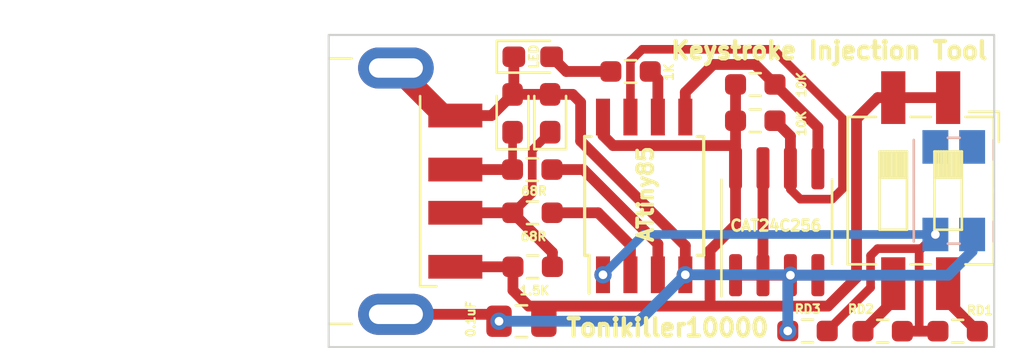
<source format=kicad_pcb>
(kicad_pcb (version 20221018) (generator pcbnew)
  (layers (0 "F.Cu" signal) (31 "B.Cu" signal) (34 "B.Paste" user) (35 "F.Paste" user) (36 "B.SilkS" user "B.Silkscreen") (37 "F.SilkS" user "F.Silkscreen") (38 "B.Mask" user) (39 "F.Mask" user) (44 "Edge.Cuts" user))
  (net 0 "")
  (net 1 "Net-(D1-K)")
  (net 2 "GND")
  (net 3 "Net-(D2-K)")
  (net 4 "VCC")
  (net 5 "Net-(U1-XTAL1{slash}PB3)")
  (net 6 "Net-(U1-XTAL2{slash}PB4)")
  (net 7 "Net-(U1-AREF{slash}PB0)")
  (net 8 "Net-(U1-PB2)")
  (net 9 "Net-(U1-PB1)")
  (net 10 "Net-(D3-A)")
  (net 11 "Net-(R7-Pad1)")
  (net 12 "Net-(U1-~{RESET}{slash}PB5)")
  (net 13 "Net-(R8-Pad1)")
  (footprint "Resistor_SMD:R_0603_1608Metric_Pad0.98x0.95mm_HandSolder" (layer "F.Cu") (at 111.03 78.2)
    (fp_text reference "R8" hide)
    (fp_text value "RD2" (at -1.01 -1.02 180) (layer "F.SilkS") (effects (font (size 0.4 0.4) (thickness 0.1))))
    (fp_line (start -0.254724 -0.5225) (end 0.254724 -0.5225) (stroke (width 0.12)) (layer "F.SilkS"))
    (fp_line (start -0.254724 0.5225) (end 0.254724 0.5225) (stroke (width 0.12)) (layer "F.SilkS"))
    (pad "1" smd roundrect (at -0.9125 0) (size 0.975 0.95) (layers "F.Cu" "F.Paste" "F.Mask") (net 13 "Net-(R8-Pad1)"))
    (pad "2" smd roundrect (at 0.9125 0) (size 0.975 0.95) (layers "F.Cu" "F.Paste" "F.Mask") (net 12 "Net-(U1-~{RESET}{slash}PB5)"))
  )
  (footprint "Diode_SMD:D_0603_1608Metric_Pad1.05x0.95mm_HandSolder" (layer "F.Cu") (at 95.64 68.115 90)
    (fp_text reference "D2" hide)
    (fp_text value "1N5711UR")
    (fp_line (start -1.66 -0.735) (end -1.66 0.735) (stroke (width 0.12)) (layer "F.SilkS"))
    (fp_line (start -1.66 0.735) (end 0.8 0.735) (stroke (width 0.12)) (layer "F.SilkS"))
    (fp_line (start 0.8 -0.735) (end -1.66 -0.735) (stroke (width 0.12)) (layer "F.SilkS"))
    (pad "1" smd roundrect (at -0.875 0 90) (size 1.05 0.95) (layers "F.Cu" "F.Paste" "F.Mask") (net 3 "Net-(D2-K)"))
    (pad "2" smd roundrect (at 0.875 0 90) (size 1.05 0.95) (layers "F.Cu" "F.Paste" "F.Mask") (net 2 "GND"))
  )
  (footprint "Resistor_SMD:R_0603_1608Metric_Pad0.98x0.95mm_HandSolder" (layer "F.Cu") (at 99.36 66.18 180)
    (fp_text reference "R6" hide)
    (fp_text value "1K" (at -1.78 -0.03 270) (layer "F.SilkS") (effects (font (size 0.4 0.4) (thickness 0.1))))
    (fp_line (start -0.254724 -0.5225) (end 0.254724 -0.5225) (stroke (width 0.12)) (layer "F.SilkS"))
    (fp_line (start -0.254724 0.5225) (end 0.254724 0.5225) (stroke (width 0.12)) (layer "F.SilkS"))
    (pad "1" smd roundrect (at -0.9125 0 180) (size 0.975 0.95) (layers "F.Cu" "F.Paste" "F.Mask") (net 9 "Net-(U1-PB1)"))
    (pad "2" smd roundrect (at 0.9125 0 180) (size 0.975 0.95) (layers "F.Cu" "F.Paste" "F.Mask") (net 10 "Net-(D3-A)"))
  )
  (footprint "Capacitor_SMD:C_0805_2012Metric_Pad1.18x1.45mm_HandSolder" (layer "F.Cu") (at 94.31 77.74)
    (fp_text reference "C1" hide)
    (fp_text value "0.1uF" (at -2.35 -0.1 -90) (layer "F.SilkS") (effects (font (size 0.4 0.4) (thickness 0.1))))
    (fp_line (start -0.261252 -0.735) (end 0.261252 -0.735) (stroke (width 0.12)) (layer "F.SilkS"))
    (fp_line (start -0.261252 0.735) (end 0.261252 0.735) (stroke (width 0.12)) (layer "F.SilkS"))
    (pad "1" smd roundrect (at -1.0375 0) (size 1.175 1.45) (layers "F.Cu" "F.Paste" "F.Mask") (roundrect_rratio 0.212766) (net 2 "GND"))
    (pad "2" smd roundrect (at 1.0375 0) (size 1.175 1.45) (layers "F.Cu" "F.Paste" "F.Mask") (roundrect_rratio 0.212766) (net 4 "VCC"))
  )
  (footprint "Resistor_SMD:R_0603_1608Metric_Pad0.98x0.95mm_HandSolder" (layer "F.Cu") (at 105.1325 68.46 180)
    (fp_text reference "R5" hide)
    (fp_text value "10K" (at -2.1375 -0.125 90) (layer "F.SilkS") (effects (font (size 0.4 0.4) (thickness 0.1))))
    (fp_line (start -0.254724 -0.5225) (end 0.254724 -0.5225) (stroke (width 0.12)) (layer "F.SilkS"))
    (fp_line (start -0.254724 0.5225) (end 0.254724 0.5225) (stroke (width 0.12)) (layer "F.SilkS"))
    (pad "1" smd roundrect (at -0.9125 0 180) (size 0.975 0.95) (layers "F.Cu" "F.Paste" "F.Mask") (net 8 "Net-(U1-PB2)"))
    (pad "2" smd roundrect (at 0.9125 0 180) (size 0.975 0.95) (layers "F.Cu" "F.Paste" "F.Mask") (net 4 "VCC"))
  )
  (footprint "Package_SO:SOIC-8W_5.3x5.3mm_P1.27mm" (layer "F.Cu") (at 99.99 71.94 90)
    (fp_text reference "U1" hide)
    (fp_text value "ATtiny85" (at 0.08 0.06 90) (layer "F.SilkS") (effects (font (size 0.7 0.7) (thickness 0.175) bold)))
    (fp_line (start -2.75 -2.755) (end -2.75 -2.55) (stroke (width 0.15)) (layer "F.SilkS"))
    (fp_line (start -2.75 -2.755) (end 2.75 -2.755) (stroke (width 0.15)) (layer "F.SilkS"))
    (fp_line (start -2.75 -2.55) (end -4.5 -2.55) (stroke (width 0.15)) (layer "F.SilkS"))
    (fp_line (start -2.75 2.755) (end -2.75 2.455) (stroke (width 0.15)) (layer "F.SilkS"))
    (fp_line (start -2.75 2.755) (end 2.75 2.755) (stroke (width 0.15)) (layer "F.SilkS"))
    (fp_line (start 2.75 -2.755) (end 2.75 -2.455) (stroke (width 0.15)) (layer "F.SilkS"))
    (fp_line (start 2.75 2.755) (end 2.75 2.455) (stroke (width 0.15)) (layer "F.SilkS"))
    (pad "1" smd rect (at -3.65 -1.905 90) (size 1.7 0.65) (layers "F.Cu" "F.Paste" "F.Mask") (net 12 "Net-(U1-~{RESET}{slash}PB5)"))
    (pad "2" smd rect (at -3.65 -0.635 90) (size 1.7 0.65) (layers "F.Cu" "F.Paste" "F.Mask") (net 5 "Net-(U1-XTAL1{slash}PB3)"))
    (pad "3" smd rect (at -3.65 0.635 90) (size 1.7 0.65) (layers "F.Cu" "F.Paste" "F.Mask") (net 6 "Net-(U1-XTAL2{slash}PB4)"))
    (pad "4" smd rect (at -3.65 1.905 90) (size 1.7 0.65) (layers "F.Cu" "F.Paste" "F.Mask") (net 2 "GND"))
    (pad "5" smd rect (at 3.65 1.905 90) (size 1.7 0.65) (layers "F.Cu" "F.Paste" "F.Mask") (net 7 "Net-(U1-AREF{slash}PB0)"))
    (pad "6" smd rect (at 3.65 0.635 90) (size 1.7 0.65) (layers "F.Cu" "F.Paste" "F.Mask") (net 9 "Net-(U1-PB1)"))
    (pad "7" smd rect (at 3.65 -0.635 90) (size 1.7 0.65) (layers "F.Cu" "F.Paste" "F.Mask") (net 8 "Net-(U1-PB2)"))
    (pad "8" smd rect (at 3.65 -1.905 90) (size 1.7 0.65) (layers "F.Cu" "F.Paste" "F.Mask") (net 4 "VCC"))
  )
  (footprint "Resistor_SMD:R_0603_1608Metric_Pad0.98x0.95mm_HandSolder" (layer "F.Cu") (at 105.1325 66.78 180)
    (fp_text reference "R4" hide)
    (fp_text value "10K" (at -2.1375 -0.015 90) (layer "F.SilkS") (effects (font (size 0.4 0.4) (thickness 0.1))))
    (fp_line (start -0.254724 -0.5225) (end 0.254724 -0.5225) (stroke (width 0.12)) (layer "F.SilkS"))
    (fp_line (start -0.254724 0.5225) (end 0.254724 0.5225) (stroke (width 0.12)) (layer "F.SilkS"))
    (pad "1" smd roundrect (at -0.9125 0 180) (size 0.975 0.95) (layers "F.Cu" "F.Paste" "F.Mask") (net 7 "Net-(U1-AREF{slash}PB0)"))
    (pad "2" smd roundrect (at 0.9125 0 180) (size 0.975 0.95) (layers "F.Cu" "F.Paste" "F.Mask") (net 4 "VCC"))
  )
  (footprint "Diode_SMD:D_0603_1608Metric_Pad1.05x0.95mm_HandSolder" (layer "F.Cu") (at 93.9 68.1175 90)
    (fp_text reference "D1" hide)
    (fp_text value "1N5711UR")
    (fp_line (start -1.66 -0.735) (end -1.66 0.735) (stroke (width 0.12)) (layer "F.SilkS"))
    (fp_line (start -1.66 0.735) (end 0.8 0.735) (stroke (width 0.12)) (layer "F.SilkS"))
    (fp_line (start 0.8 -0.735) (end -1.66 -0.735) (stroke (width 0.12)) (layer "F.SilkS"))
    (pad "1" smd roundrect (at -0.875 0 90) (size 1.05 0.95) (layers "F.Cu" "F.Paste" "F.Mask") (net 1 "Net-(D1-K)"))
    (pad "2" smd roundrect (at 0.875 0 90) (size 1.05 0.95) (layers "F.Cu" "F.Paste" "F.Mask") (net 2 "GND"))
  )
  (footprint "Diode_SMD:D_0603_1608Metric_Pad1.05x0.95mm_HandSolder" (layer "F.Cu") (at 94.8325 65.5)
    (fp_text reference "D3" hide)
    (fp_text value "LED" (at 0.0475 -0.01 90) (layer "F.SilkS") (effects (font (size 0.4 0.4) (thickness 0.1))))
    (fp_line (start -1.66 -0.735) (end -1.66 0.735) (stroke (width 0.12)) (layer "F.SilkS"))
    (fp_line (start -1.66 0.735) (end 0.8 0.735) (stroke (width 0.12)) (layer "F.SilkS"))
    (fp_line (start 0.8 -0.735) (end -1.66 -0.735) (stroke (width 0.12)) (layer "F.SilkS"))
    (pad "1" smd roundrect (at -0.875 0) (size 1.05 0.95) (layers "F.Cu" "F.Paste" "F.Mask") (net 2 "GND"))
    (pad "2" smd roundrect (at 0.875 0) (size 1.05 0.95) (layers "F.Cu" "F.Paste" "F.Mask") (net 10 "Net-(D3-A)"))
  )
  (footprint "Connector_USB:USB_A_CNCTech_1001-011-01101_Horizontal" (layer "F.Cu") (at 81.6 71.72 180)
    (fp_text reference "J1" hide)
    (fp_text value "USB_A")
    (fp_line (start -8.02 -4.4) (end -8.775 -4.4) (stroke (width 0.12)) (layer "F.SilkS"))
    (fp_line (start -8.02 -4.4) (end -8.02 4.4) (stroke (width 0.12)) (layer "F.SilkS"))
    (fp_line (start -4.85 -6.145) (end -3.8 -6.145) (stroke (width 0.12)) (layer "F.SilkS"))
    (fp_line (start -4.85 6.145) (end -3.8 6.145) (stroke (width 0.12)) (layer "F.SilkS"))
    (pad "" np_thru_hole circle (at -6.9 -2.3 180) (size 1.1 1.1) (drill 1.1) (layers "*.Cu" "*.Mask"))
    (pad "" np_thru_hole circle (at -6.9 2.3 180) (size 1.1 1.1) (drill 1.1) (layers "*.Cu" "*.Mask"))
    (pad "1" smd rect (at -9.65 -3.5 180) (size 2.5 1.1) (layers "F.Cu" "F.Paste" "F.Mask") (net 4 "VCC"))
    (pad "2" smd rect (at -9.65 -1 180) (size 2.5 1.1) (layers "F.Cu" "F.Paste" "F.Mask") (net 3 "Net-(D2-K)"))
    (pad "3" smd rect (at -9.65 1 180) (size 2.5 1.1) (layers "F.Cu" "F.Paste" "F.Mask") (net 1 "Net-(D1-K)"))
    (pad "4" smd rect (at -9.65 3.5 180) (size 2.5 1.1) (layers "F.Cu" "F.Paste" "F.Mask") (net 2 "GND"))
    (pad "5" thru_hole oval (at -6.9 -5.7 180) (size 3.5 1.9) (drill oval 2.5 0.9) (layers "*.Cu" "*.Mask") (net 2 "GND"))
    (pad "5" thru_hole oval (at -6.9 5.7 180) (size 3.5 1.9) (drill oval 2.5 0.9) (layers "*.Cu" "*.Mask") (net 2 "GND"))
  )
  (footprint "Package_SO:SOIC-8_3.9x4.9mm_P1.27mm" (layer "F.Cu") (at 106.125 73.135 90)
    (fp_text reference "U2" hide)
    (fp_text value "CAT24C256" (at -0.18 -0.04) (layer "F.SilkS") (effects (font (size 0.5 0.5) (thickness 0.125) bold)))
    (fp_line (start 0 -2.56) (end -3.45 -2.56) (stroke (width 0.12)) (layer "F.SilkS"))
    (fp_line (start 0 -2.56) (end 1.95 -2.56) (stroke (width 0.12)) (layer "F.SilkS"))
    (fp_line (start 0 2.56) (end -1.95 2.56) (stroke (width 0.12)) (layer "F.SilkS"))
    (fp_line (start 0 2.56) (end 1.95 2.56) (stroke (width 0.12)) (layer "F.SilkS"))
    (pad "1" smd roundrect (at -2.475 -1.905 90) (size 1.95 0.6) (layers "F.Cu" "F.Paste" "F.Mask") (net 2 "GND"))
    (pad "2" smd roundrect (at -2.475 -0.635 90) (size 1.95 0.6) (layers "F.Cu" "F.Paste" "F.Mask") (net 2 "GND"))
    (pad "3" smd roundrect (at -2.475 0.635 90) (size 1.95 0.6) (layers "F.Cu" "F.Paste" "F.Mask") (net 2 "GND"))
    (pad "4" smd roundrect (at -2.475 1.905 90) (size 1.95 0.6) (layers "F.Cu" "F.Paste" "F.Mask") (net 2 "GND"))
    (pad "5" smd roundrect (at 2.475 1.905 90) (size 1.95 0.6) (layers "F.Cu" "F.Paste" "F.Mask") (net 7 "Net-(U1-AREF{slash}PB0)"))
    (pad "6" smd roundrect (at 2.475 0.635 90) (size 1.95 0.6) (layers "F.Cu" "F.Paste" "F.Mask") (net 8 "Net-(U1-PB2)"))
    (pad "7" smd roundrect (at 2.475 -0.635 90) (size 1.95 0.6) (layers "F.Cu" "F.Paste" "F.Mask") (net 2 "GND"))
    (pad "8" smd roundrect (at 2.475 -1.905 90) (size 1.95 0.6) (layers "F.Cu" "F.Paste" "F.Mask") (net 4 "VCC"))
  )
  (footprint "Button_Switch_SMD:SW_DIP_SPSTx02_Slide_6.7x6.64mm_W8.61mm_P2.54mm_LowProfile" (layer "F.Cu") (at 112.79 71.695 -90)
    (fp_text reference "SW2" hide)
    (fp_text value "SW_DIP_x02")
    (fp_line (start -3.65 -3.62) (end -3.65 -2.237) (stroke (width 0.12)) (layer "F.SilkS"))
    (fp_line (start -3.65 -3.62) (end -2.267 -3.62) (stroke (width 0.12)) (layer "F.SilkS"))
    (fp_line (start -3.41 -3.38) (end -3.41 -2.07) (stroke (width 0.12)) (layer "F.SilkS"))
    (fp_line (start -3.41 -3.38) (end 3.41 -3.38) (stroke (width 0.12)) (layer "F.SilkS"))
    (fp_line (start -3.41 -0.47) (end -3.41 0.47) (stroke (width 0.12)) (layer "F.SilkS"))
    (fp_line (start -3.41 2.07) (end -3.41 3.38) (stroke (width 0.12)) (layer "F.SilkS"))
    (fp_line (start -3.41 3.38) (end 3.41 3.38) (stroke (width 0.12)) (layer "F.SilkS"))
    (fp_line (start -1.81 -1.905) (end -1.81 -0.635) (stroke (width 0.12)) (layer "F.SilkS"))
    (fp_line (start -1.81 -1.785) (end -0.603333 -1.785) (stroke (width 0.12)) (layer "F.SilkS"))
    (fp_line (start -1.81 -1.665) (end -0.603333 -1.665) (stroke (width 0.12)) (layer "F.SilkS"))
    (fp_line (start -1.81 -1.545) (end -0.603333 -1.545) (stroke (width 0.12)) (layer "F.SilkS"))
    (fp_line (start -1.81 -1.425) (end -0.603333 -1.425) (stroke (width 0.12)) (layer "F.SilkS"))
    (fp_line (start -1.81 -1.305) (end -0.603333 -1.305) (stroke (width 0.12)) (layer "F.SilkS"))
    (fp_line (start -1.81 -1.185) (end -0.603333 -1.185) (stroke (width 0.12)) (layer "F.SilkS"))
    (fp_line (start -1.81 -1.065) (end -0.603333 -1.065) (stroke (width 0.12)) (layer "F.SilkS"))
    (fp_line (start -1.81 -0.945) (end -0.603333 -0.945) (stroke (width 0.12)) (layer "F.SilkS"))
    (fp_line (start -1.81 -0.825) (end -0.603333 -0.825) (stroke (width 0.12)) (layer "F.SilkS"))
    (fp_line (start -1.81 -0.705) (end -0.603333 -0.705) (stroke (width 0.12)) (layer "F.SilkS"))
    (fp_line (start -1.81 -0.635) (end 1.81 -0.635) (stroke (width 0.12)) (layer "F.SilkS"))
    (fp_line (start -1.81 0.635) (end -1.81 1.905) (stroke (width 0.12)) (layer "F.SilkS"))
    (fp_line (start -1.81 0.755) (end -0.603333 0.755) (stroke (width 0.12)) (layer "F.SilkS"))
    (fp_line (start -1.81 0.875) (end -0.603333 0.875) (stroke (width 0.12)) (layer "F.SilkS"))
    (fp_line (start -1.81 0.995) (end -0.603333 0.995) (stroke (width 0.12)) (layer "F.SilkS"))
    (fp_line (start -1.81 1.115) (end -0.603333 1.115) (stroke (width 0.12)) (layer "F.SilkS"))
    (fp_line (start -1.81 1.235) (end -0.603333 1.235) (stroke (width 0.12)) (layer "F.SilkS"))
    (fp_line (start -1.81 1.355) (end -0.603333 1.355) (stroke (width 0.12)) (layer "F.SilkS"))
    (fp_line (start -1.81 1.475) (end -0.603333 1.475) (stroke (width 0.12)) (layer "F.SilkS"))
    (fp_line (start -1.81 1.595) (end -0.603333 1.595) (stroke (width 0.12)) (layer "F.SilkS"))
    (fp_line (start -1.81 1.715) (end -0.603333 1.715) (stroke (width 0.12)) (layer "F.SilkS"))
    (fp_line (start -1.81 1.835) (end -0.603333 1.835) (stroke (width 0.12)) (layer "F.SilkS"))
    (fp_line (start -1.81 1.905) (end 1.81 1.905) (stroke (width 0.12)) (layer "F.SilkS"))
    (fp_line (start -0.603333 -1.905) (end -0.603333 -0.635) (stroke (width 0.12)) (layer "F.SilkS"))
    (fp_line (start -0.603333 0.635) (end -0.603333 1.905) (stroke (width 0.12)) (layer "F.SilkS"))
    (fp_line (start 1.81 -1.905) (end -1.81 -1.905) (stroke (width 0.12)) (layer "F.SilkS"))
    (fp_line (start 1.81 -0.635) (end 1.81 -1.905) (stroke (width 0.12)) (layer "F.SilkS"))
    (fp_line (start 1.81 0.635) (end -1.81 0.635) (stroke (width 0.12)) (layer "F.SilkS"))
    (fp_line (start 1.81 1.905) (end 1.81 0.635) (stroke (width 0.12)) (layer "F.SilkS"))
    (fp_line (start 3.41 -3.38) (end 3.41 -2.07) (stroke (width 0.12)) (layer "F.SilkS"))
    (fp_line (start 3.41 -0.47) (end 3.41 0.47) (stroke (width 0.12)) (layer "F.SilkS"))
    (fp_line (start 3.41 2.07) (end 3.41 3.38) (stroke (width 0.12)) (layer "F.SilkS"))
    (pad "1" smd rect (at -4.305 -1.27 270) (size 2.44 1.12) (layers "F.Cu" "F.Paste" "F.Mask") (net 4 "VCC"))
    (pad "2" smd rect (at -4.305 1.27 270) (size 2.44 1.12) (layers "F.Cu" "F.Paste" "F.Mask") (net 4 "VCC"))
    (pad "3" smd rect (at 4.305 1.27 270) (size 2.44 1.12) (layers "F.Cu" "F.Paste" "F.Mask") (net 13 "Net-(R8-Pad1)"))
    (pad "4" smd rect (at 4.305 -1.27 270) (size 2.44 1.12) (layers "F.Cu" "F.Paste" "F.Mask") (net 11 "Net-(R7-Pad1)"))
  )
  (footprint "Resistor_SMD:R_0603_1608Metric_Pad0.98x0.95mm_HandSolder" (layer "F.Cu") (at 107.55 78.19)
    (fp_text reference "R9" hide)
    (fp_text value "RD3" (at 0.01 -1.01 180) (layer "F.SilkS") (effects (font (size 0.4 0.4) (thickness 0.1))))
    (fp_line (start -0.254724 -0.5225) (end 0.254724 -0.5225) (stroke (width 0.12)) (layer "F.SilkS"))
    (fp_line (start -0.254724 0.5225) (end 0.254724 0.5225) (stroke (width 0.12)) (layer "F.SilkS"))
    (pad "1" smd roundrect (at -0.9125 0) (size 0.975 0.95) (layers "F.Cu" "F.Paste" "F.Mask") (net 2 "GND"))
    (pad "2" smd roundrect (at 0.9125 0) (size 0.975 0.95) (layers "F.Cu" "F.Paste" "F.Mask") (net 12 "Net-(U1-~{RESET}{slash}PB5)"))
  )
  (footprint "Resistor_SMD:R_0603_1608Metric_Pad0.98x0.95mm_HandSolder" (layer "F.Cu") (at 94.83 75.22 180)
    (fp_text reference "R3" hide)
    (fp_text value "1.5K" (at -0.08 -1.1) (layer "F.SilkS") (effects (font (size 0.4 0.4) (thickness 0.1))))
    (fp_line (start -0.254724 -0.5225) (end 0.254724 -0.5225) (stroke (width 0.12)) (layer "F.SilkS"))
    (fp_line (start -0.254724 0.5225) (end 0.254724 0.5225) (stroke (width 0.12)) (layer "F.SilkS"))
    (pad "1" smd roundrect (at -0.9125 0 180) (size 0.975 0.95) (layers "F.Cu" "F.Paste" "F.Mask") (net 3 "Net-(D2-K)"))
    (pad "2" smd roundrect (at 0.9125 0 180) (size 0.975 0.95) (layers "F.Cu" "F.Paste" "F.Mask") (net 4 "VCC"))
  )
  (footprint "Resistor_SMD:R_0603_1608Metric_Pad0.98x0.95mm_HandSolder" (layer "F.Cu") (at 94.82 72.72 180)
    (fp_text reference "R1" hide)
    (fp_text value "68R" (at -0.05 -1.1 180) (layer "F.SilkS") (effects (font (size 0.4 0.4) (thickness 0.1))))
    (fp_line (start -0.254724 -0.5225) (end 0.254724 -0.5225) (stroke (width 0.12)) (layer "F.SilkS"))
    (fp_line (start -0.254724 0.5225) (end 0.254724 0.5225) (stroke (width 0.12)) (layer "F.SilkS"))
    (pad "1" smd roundrect (at -0.9125 0 180) (size 0.975 0.95) (layers "F.Cu" "F.Paste" "F.Mask") (net 5 "Net-(U1-XTAL1{slash}PB3)"))
    (pad "2" smd roundrect (at 0.9125 0 180) (size 0.975 0.95) (layers "F.Cu" "F.Paste" "F.Mask") (net 3 "Net-(D2-K)"))
  )
  (footprint "Resistor_SMD:R_0603_1608Metric_Pad0.98x0.95mm_HandSolder" (layer "F.Cu") (at 94.81 70.72 180)
    (fp_text reference "R2" hide)
    (fp_text value "68R" (at -0.08 -0.99 180) (layer "F.SilkS") (effects (font (size 0.4 0.4) (thickness 0.1))))
    (fp_line (start -0.254724 -0.5225) (end 0.254724 -0.5225) (stroke (width 0.12)) (layer "F.SilkS"))
    (fp_line (start -0.254724 0.5225) (end 0.254724 0.5225) (stroke (width 0.12)) (layer "F.SilkS"))
    (pad "1" smd roundrect (at -0.9125 0 180) (size 0.975 0.95) (layers "F.Cu" "F.Paste" "F.Mask") (net 6 "Net-(U1-XTAL2{slash}PB4)"))
    (pad "2" smd roundrect (at 0.9125 0 180) (size 0.975 0.95) (layers "F.Cu" "F.Paste" "F.Mask") (net 1 "Net-(D1-K)"))
  )
  (footprint "Resistor_SMD:R_0603_1608Metric_Pad0.98x0.95mm_HandSolder" (layer "F.Cu") (at 114.5 78.2 180)
    (fp_text reference "R7" hide)
    (fp_text value "RD1" (at -1.03 0.96 180) (layer "F.SilkS") (effects (font (size 0.4 0.4) (thickness 0.1))))
    (fp_line (start -0.254724 -0.5225) (end 0.254724 -0.5225) (stroke (width 0.12)) (layer "F.SilkS"))
    (fp_line (start -0.254724 0.5225) (end 0.254724 0.5225) (stroke (width 0.12)) (layer "F.SilkS"))
    (pad "1" smd roundrect (at -0.9125 0 180) (size 0.975 0.95) (layers "F.Cu" "F.Paste" "F.Mask") (net 11 "Net-(R7-Pad1)"))
    (pad "2" smd roundrect (at 0.9125 0 180) (size 0.975 0.95) (layers "F.Cu" "F.Paste" "F.Mask") (net 12 "Net-(U1-~{RESET}{slash}PB5)"))
  )
  (footprint "Button_Switch_SMD:Panasonic_EVQPUL_EVQPUC" (layer "B.Cu") (at 114.32 71.7 90)
    (fp_text reference "SW1" hide)
    (fp_text value "SW_Push")
    (fp_line (start -2.45 -0.275) (end -2.45 0.275) (stroke (width 0.12)) (layer "B.SilkS"))
    (fp_line (start -1.425 1.85) (end -2.35 1.85) (stroke (width 0.12)) (layer "B.SilkS"))
    (fp_line (start 2.35 -1.85) (end -2.35 -1.85) (stroke (width 0.12)) (layer "B.SilkS"))
    (fp_line (start 2.35 1.85) (end 1.425 1.85) (stroke (width 0.12)) (layer "B.SilkS"))
    (fp_line (start 2.45 -0.275) (end 2.45 0.275) (stroke (width 0.12)) (layer "B.SilkS"))
    (pad "" np_thru_hole circle (at 0 -1.375 270) (size 0.75 0.75) (drill 0.75) (layers "F&B.Cu" "*.Mask"))
    (pad "" np_thru_hole circle (at 0 1.375 270) (size 0.75 0.75) (drill 0.75) (layers "F&B.Cu" "*.Mask"))
    (pad "1" smd rect (at -2.025 0.85 270) (size 1.55 1.2) (layers "B.Cu" "B.Paste" "B.Mask") (net 2 "GND"))
    (pad "1" smd rect (at 2.0275 0.85 270) (size 1.555 1.2) (layers "B.Cu" "B.Paste" "B.Mask") (net 2 "GND"))
    (pad "2" smd rect (at -2.025 -0.85 270) (size 1.55 1.2) (layers "B.Cu" "B.Paste" "B.Mask") (net 12 "Net-(U1-~{RESET}{slash}PB5)"))
    (pad "2" smd rect (at 2.0275 -0.85 270) (size 1.555 1.2) (layers "B.Cu" "B.Paste" "B.Mask") (net 12 "Net-(U1-~{RESET}{slash}PB5)"))
  )
  (gr_rect (start 85.39 64.49) (end 116.19 78.94) (stroke (width 0.1)) (fill none) (layer "Edge.Cuts"))
  (gr_text "Keystroke Injection Tool" (at 101.13 65.68) (layer "F.SilkS") (effects (font (size 0.8 0.8) (thickness 0.2) bold) (justify left bottom)))
  (gr_text "Tonikiller10000" (at 96.29 78.51) (layer "F.SilkS") (effects (font (size 0.8 0.8) (thickness 0.2) bold) (justify left bottom)))
  (segment (start 93.9 70.7175) (end 93.8975 70.72) (width 0.4) (layer "F.Cu") (net 1))
  (segment (start 93.9 68.9925) (end 93.9 70.7175) (width 0.4) (layer "F.Cu") (net 1))
  (segment (start 91.25 70.72) (end 93.8975 70.72) (width 0.5) (layer "F.Cu") (net 1))
  (segment (start 88.5 77.42) (end 92.9525 77.42) (width 0.5) (layer "F.Cu") (net 2))
  (segment (start 97.05 67.61) (end 96.68 67.24) (width 0.5) (layer "F.Cu") (net 2))
  (segment (start 104.22 75.61) (end 106.76 75.61) (width 0.5) (layer "F.Cu") (net 2))
  (segment (start 93.9 67.2425) (end 92.9225 68.22) (width 0.5) (layer "F.Cu") (net 2))
  (segment (start 96.68 67.24) (end 95.64 67.24) (width 0.5) (layer "F.Cu") (net 2))
  (segment (start 93.9575 67.185) (end 93.9 67.2425) (width 0.5) (layer "F.Cu") (net 2))
  (segment (start 93.9575 65.5) (end 93.9575 67.185) (width 0.5) (layer "F.Cu") (net 2))
  (segment (start 88.5 66.02) (end 90.7 68.22) (width 1) (layer "F.Cu") (net 2))
  (segment (start 101.895 74.245) (end 97.05 69.4) (width 0.5) (layer "F.Cu") (net 2))
  (segment (start 92.9225 68.22) (end 91.25 68.22) (width 0.5) (layer "F.Cu") (net 2))
  (segment (start 101.895 75.59) (end 101.895 74.245) (width 0.5) (layer "F.Cu") (net 2))
  (segment (start 106.76 75.61) (end 108.03 75.61) (width 0.5) (layer "F.Cu") (net 2))
  (segment (start 93.9025 67.24) (end 93.9 67.2425) (width 0.5) (layer "F.Cu") (net 2))
  (segment (start 97.05 69.4) (end 97.05 67.61) (width 0.5) (layer "F.Cu") (net 2))
  (segment (start 92.9525 77.42) (end 93.2725 77.74) (width 0.5) (layer "F.Cu") (net 2))
  (segment (start 105.49 70.66) (end 105.49 75.61) (width 0.5) (layer "F.Cu") (net 2))
  (segment (start 90.7 68.22) (end 91.25 68.22) (width 1) (layer "F.Cu") (net 2))
  (segment (start 95.64 67.24) (end 93.9025 67.24) (width 0.5) (layer "F.Cu") (net 2))
  (via (at 93.2725 77.74) (size 0.8) (drill 0.4) (layers "F.Cu" "B.Cu") (net 2))
  (via (at 106.76 75.61) (size 0.8) (drill 0.4) (layers "F.Cu" "B.Cu") (net 2))
  (via (at 106.6375 78.19) (size 0.8) (drill 0.4) (layers "F.Cu" "B.Cu") (net 2))
  (via (at 101.895 75.59) (size 0.8) (drill 0.4) (layers "F.Cu" "B.Cu") (net 2))
  (segment (start 106.6375 78.19) (end 106.6375 75.7325) (width 0.5) (layer "B.Cu") (net 2))
  (segment (start 115.17 74.5) (end 115.17 73.725) (width 0.5) (layer "B.Cu") (net 2))
  (segment (start 93.2725 77.74) (end 99.745 77.74) (width 0.5) (layer "B.Cu") (net 2))
  (segment (start 101.895 75.59) (end 106.74 75.59) (width 0.5) (layer "B.Cu") (net 2))
  (segment (start 99.745 77.74) (end 101.895 75.59) (width 0.5) (layer "B.Cu") (net 2))
  (segment (start 106.76 75.61) (end 114.06 75.61) (width 0.5) (layer "B.Cu") (net 2))
  (segment (start 106.74 75.59) (end 106.76 75.61) (width 0.5) (layer "B.Cu") (net 2))
  (segment (start 101.915 75.61) (end 101.895 75.59) (width 0.5) (layer "B.Cu") (net 2))
  (segment (start 114.06 75.61) (end 115.17 74.5) (width 0.5) (layer "B.Cu") (net 2))
  (segment (start 106.6375 75.7325) (end 106.76 75.61) (width 0.5) (layer "B.Cu") (net 2))
  (segment (start 94.81 71.8175) (end 93.9075 72.72) (width 0.4) (layer "F.Cu") (net 3))
  (segment (start 95.7425 74.555) (end 93.9075 72.72) (width 0.5) (layer "F.Cu") (net 3))
  (segment (start 94.81 69.82) (end 94.81 71.8175) (width 0.4) (layer "F.Cu") (net 3))
  (segment (start 95.7425 75.22) (end 95.7425 74.555) (width 0.5) (layer "F.Cu") (net 3))
  (segment (start 91.25 72.72) (end 93.9075 72.72) (width 0.5) (layer "F.Cu") (net 3))
  (segment (start 95.64 68.99) (end 94.81 69.82) (width 0.4) (layer "F.Cu") (net 3))
  (segment (start 98.085 68.29) (end 98.085 69.14) (width 0.5) (layer "F.Cu") (net 4))
  (segment (start 103.18 77.04) (end 103.185 77.035) (width 0.5) (layer "F.Cu") (net 4))
  (segment (start 94.6475 77.04) (end 103.18 77.04) (width 0.5) (layer "F.Cu") (net 4))
  (segment (start 104.22 68.46) (end 104.22 66.78) (width 0.5) (layer "F.Cu") (net 4))
  (segment (start 109.82 68.37) (end 110.8 67.39) (width 0.5) (layer "F.Cu") (net 4))
  (segment (start 91.25 75.22) (end 93.9175 75.22) (width 0.5) (layer "F.Cu") (net 4))
  (segment (start 103.04 76.89) (end 103.185 77.035) (width 0.5) (layer "F.Cu") (net 4))
  (segment (start 93.9175 76.31) (end 94.6475 77.04) (width 0.5) (layer "F.Cu") (net 4))
  (segment (start 111.52 67.39) (end 114.06 67.39) (width 0.5) (layer "F.Cu") (net 4))
  (segment (start 104.22 73.28) (end 104.22 70.66) (width 0.5) (layer "F.Cu") (net 4))
  (segment (start 110.8 67.39) (end 111.52 67.39) (width 0.5) (layer "F.Cu") (net 4))
  (segment (start 109.82 75.72) (end 109.82 68.37) (width 0.5) (layer "F.Cu") (net 4))
  (segment (start 93.9175 75.22) (end 93.9175 76.31) (width 0.5) (layer "F.Cu") (net 4))
  (segment (start 103.04 76.89) (end 103.04 74.46) (width 0.5) (layer "F.Cu") (net 4))
  (segment (start 98.085 69.14) (end 98.555 69.61) (width 0.5) (layer "F.Cu") (net 4))
  (segment (start 103.04 74.46) (end 104.22 73.28) (width 0.5) (layer "F.Cu") (net 4))
  (segment (start 103.19 77.04) (end 108.5 77.04) (width 0.5) (layer "F.Cu") (net 4))
  (segment (start 104.22 70.66) (end 104.22 68.46) (width 0.5) (layer "F.Cu") (net 4))
  (segment (start 98.555 69.61) (end 104.22 69.61) (width 0.5) (layer "F.Cu") (net 4))
  (segment (start 108.5 77.04) (end 109.82 75.72) (width 0.5) (layer "F.Cu") (net 4))
  (segment (start 103.185 77.035) (end 103.19 77.04) (width 0.5) (layer "F.Cu") (net 4))
  (segment (start 97.86 72.72) (end 99.355 74.215) (width 0.5) (layer "F.Cu") (net 5))
  (segment (start 95.7325 72.72) (end 97.86 72.72) (width 0.5) (layer "F.Cu") (net 5))
  (segment (start 99.355 74.215) (end 99.355 75.59) (width 0.5) (layer "F.Cu") (net 5))
  (segment (start 100.625 74.165) (end 97.18 70.72) (width 0.5) (layer "F.Cu") (net 6))
  (segment (start 100.625 75.59) (end 100.625 74.165) (width 0.5) (layer "F.Cu") (net 6))
  (segment (start 97.18 70.72) (end 95.7225 70.72) (width 0.5) (layer "F.Cu") (net 6))
  (segment (start 105.12 65.855) (end 106.045 66.78) (width 0.5) (layer "F.Cu") (net 7))
  (segment (start 103.185 65.855) (end 105.12 65.855) (width 0.5) (layer "F.Cu") (net 7))
  (segment (start 108.03 68.765) (end 106.045 66.78) (width 0.5) (layer "F.Cu") (net 7))
  (segment (start 101.895 68.29) (end 101.895 67.145) (width 0.5) (layer "F.Cu") (net 7))
  (segment (start 108.03 70.66) (end 108.03 68.765) (width 0.5) (layer "F.Cu") (net 7))
  (segment (start 101.895 67.145) (end 103.185 65.855) (width 0.5) (layer "F.Cu") (net 7))
  (segment (start 106.76 70.66) (end 106.76 71.635) (width 0.4) (layer "F.Cu") (net 8))
  (segment (start 105.965 65.155) (end 99.9 65.155) (width 0.4) (layer "F.Cu") (net 8))
  (segment (start 99.9 65.155) (end 99.375 65.68) (width 0.4) (layer "F.Cu") (net 8))
  (segment (start 106.76 70.66) (end 106.76 69.175) (width 0.5) (layer "F.Cu") (net 8))
  (segment (start 99.355 65.68) (end 99.355 68.29) (width 0.4) (layer "F.Cu") (net 8))
  (segment (start 107.215 72.09) (end 108.69 72.09) (width 0.4) (layer "F.Cu") (net 8))
  (segment (start 108.69 72.09) (end 109.17 71.61) (width 0.4) (layer "F.Cu") (net 8))
  (segment (start 109.17 68.36) (end 105.965 65.155) (width 0.4) (layer "F.Cu") (net 8))
  (segment (start 99.375 65.68) (end 99.355 65.68) (width 0.4) (layer "F.Cu") (net 8))
  (segment (start 109.17 71.61) (end 109.17 68.36) (width 0.4) (layer "F.Cu") (net 8))
  (segment (start 106.76 71.635) (end 107.215 72.09) (width 0.4) (layer "F.Cu") (net 8))
  (segment (start 106.76 69.175) (end 106.045 68.46) (width 0.5) (layer "F.Cu") (net 8))
  (segment (start 100.2725 66.18) (end 100.625 66.5325) (width 0.5) (layer "F.Cu") (net 9))
  (segment (start 100.625 66.5325) (end 100.625 68.29) (width 0.5) (layer "F.Cu") (net 9))
  (segment (start 96.3875 66.18) (end 95.7075 65.5) (width 0.5) (layer "F.Cu") (net 10))
  (segment (start 98.4475 66.18) (end 96.3875 66.18) (width 0.5) (layer "F.Cu") (net 10))
  (segment (start 114.06 76.8475) (end 115.4125 78.2) (width 0.5) (layer "F.Cu") (net 11))
  (segment (start 114.06 76) (end 114.06 76.8475) (width 0.5) (layer "F.Cu") (net 11))
  (segment (start 108.4625 78.19) (end 110.47 76.1825) (width 0.4) (layer "F.Cu") (net 12))
  (segment (start 110.794314 74.38) (end 112.72 74.38) (width 0.4) (layer "F.Cu") (net 12))
  (segment (start 110.47 76.1825) (end 110.47 74.704314) (width 0.4) (layer "F.Cu") (net 12))
  (segment (start 112.72 75.3) (end 112.72 74.475) (width 0.4) (layer "F.Cu") (net 12))
  (segment (start 112.72 78.19) (end 112.73 78.2) (width 0.4) (layer "F.Cu") (net 12))
  (segment (start 112.72 74.475) (end 113.47 73.725) (width 0.4) (layer "F.Cu") (net 12))
  (segment (start 112.72 75.3) (end 112.72 78.19) (width 0.4) (layer "F.Cu") (net 12))
  (segment (start 112.72 74.38) (end 112.72 75.3) (width 0.4) (layer "F.Cu") (net 12))
  (segment (start 110.47 74.704314) (end 110.794314 74.38) (width 0.4) (layer "F.Cu") (net 12))
  (segment (start 111.9425 78.2) (end 112.73 78.2) (width 0.5) (layer "F.Cu") (net 12))
  (segment (start 112.73 78.2) (end 113.5875 78.2) (width 0.5) (layer "F.Cu") (net 12))
  (via (at 113.47 73.725) (size 0.8) (drill 0.4) (layers "F.Cu" "B.Cu") (net 12))
  (via (at 98.085 75.59) (size 0.8) (drill 0.4) (layers "F.Cu" "B.Cu") (net 12))
  (segment (start 113.47 73.725) (end 99.95 73.725) (width 0.4) (layer "B.Cu") (net 12))
  (segment (start 99.95 73.725) (end 98.085 75.59) (width 0.4) (layer "B.Cu") (net 12))
  (segment (start 111.52 76) (end 111.52 76.7975) (width 0.5) (layer "F.Cu") (net 13))
  (segment (start 111.52 76.7975) (end 110.1175 78.2) (width 0.5) (layer "F.Cu") (net 13))
)
</source>
